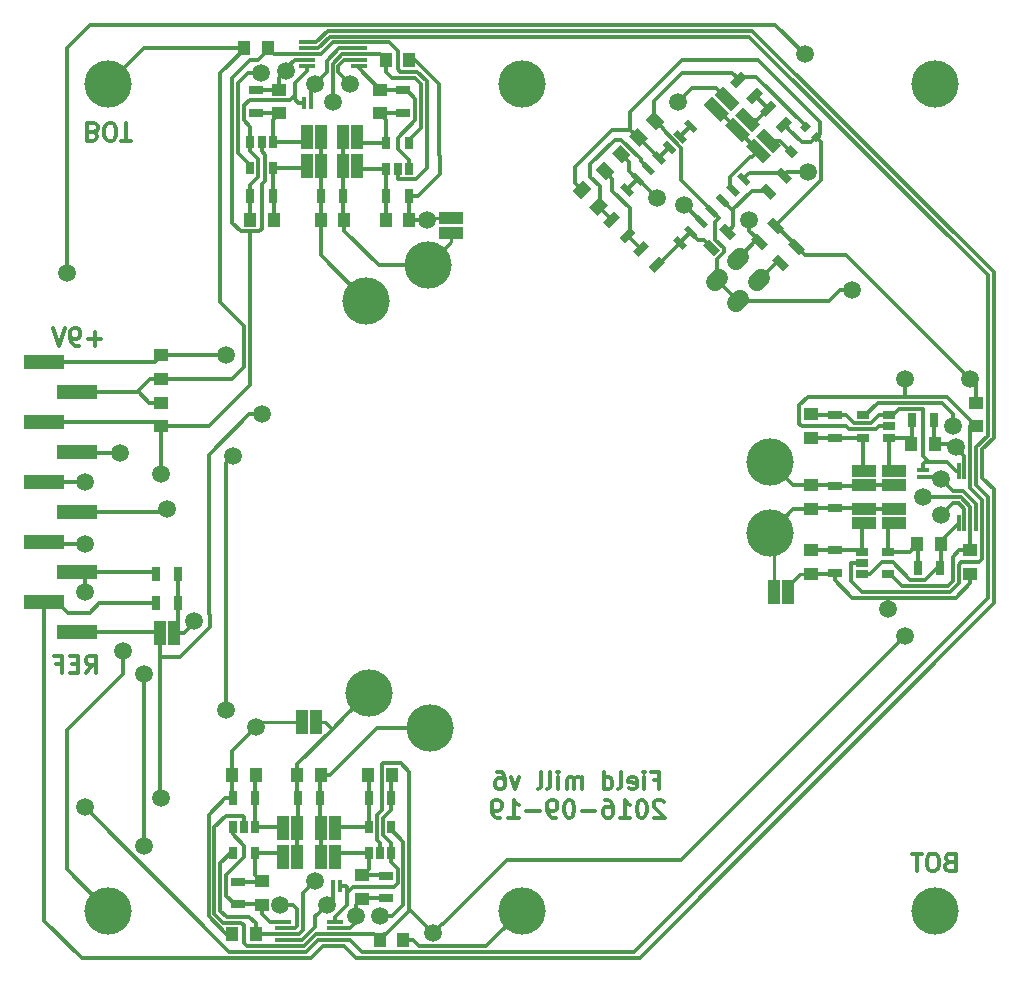
<source format=gbl>
G04 #@! TF.FileFunction,Copper,L2,Bot,Signal*
%FSLAX46Y46*%
G04 Gerber Fmt 4.6, Leading zero omitted, Abs format (unit mm)*
G04 Created by KiCad (PCBNEW 4.0.2-stable) date Mon 19 Sep 2016 06:16:01 PM CEST*
%MOMM*%
G01*
G04 APERTURE LIST*
%ADD10C,0.100000*%
%ADD11C,0.300000*%
%ADD12R,0.300000X1.400000*%
%ADD13R,0.700000X1.300000*%
%ADD14R,1.250000X1.000000*%
%ADD15C,4.000000*%
%ADD16R,1.000000X1.250000*%
%ADD17R,1.300000X0.700000*%
%ADD18R,0.650000X1.060000*%
%ADD19R,1.400000X0.300000*%
%ADD20R,1.060000X0.650000*%
%ADD21R,3.400000X1.270000*%
%ADD22R,1.000000X2.000000*%
%ADD23R,2.000000X1.000000*%
%ADD24C,1.524000*%
%ADD25R,0.400000X1.000000*%
%ADD26R,1.000000X0.400000*%
%ADD27C,1.500000*%
%ADD28C,0.250000*%
G04 APERTURE END LIST*
D10*
D11*
X111178570Y-123942857D02*
X111678570Y-123942857D01*
X111678570Y-124728571D02*
X111678570Y-123228571D01*
X110964284Y-123228571D01*
X110392856Y-124728571D02*
X110392856Y-123728571D01*
X110392856Y-123228571D02*
X110464285Y-123300000D01*
X110392856Y-123371429D01*
X110321428Y-123300000D01*
X110392856Y-123228571D01*
X110392856Y-123371429D01*
X109107142Y-124657143D02*
X109249999Y-124728571D01*
X109535713Y-124728571D01*
X109678570Y-124657143D01*
X109749999Y-124514286D01*
X109749999Y-123942857D01*
X109678570Y-123800000D01*
X109535713Y-123728571D01*
X109249999Y-123728571D01*
X109107142Y-123800000D01*
X109035713Y-123942857D01*
X109035713Y-124085714D01*
X109749999Y-124228571D01*
X108178570Y-124728571D02*
X108321428Y-124657143D01*
X108392856Y-124514286D01*
X108392856Y-123228571D01*
X106964285Y-124728571D02*
X106964285Y-123228571D01*
X106964285Y-124657143D02*
X107107142Y-124728571D01*
X107392856Y-124728571D01*
X107535714Y-124657143D01*
X107607142Y-124585714D01*
X107678571Y-124442857D01*
X107678571Y-124014286D01*
X107607142Y-123871429D01*
X107535714Y-123800000D01*
X107392856Y-123728571D01*
X107107142Y-123728571D01*
X106964285Y-123800000D01*
X105107142Y-124728571D02*
X105107142Y-123728571D01*
X105107142Y-123871429D02*
X105035714Y-123800000D01*
X104892856Y-123728571D01*
X104678571Y-123728571D01*
X104535714Y-123800000D01*
X104464285Y-123942857D01*
X104464285Y-124728571D01*
X104464285Y-123942857D02*
X104392856Y-123800000D01*
X104249999Y-123728571D01*
X104035714Y-123728571D01*
X103892856Y-123800000D01*
X103821428Y-123942857D01*
X103821428Y-124728571D01*
X103107142Y-124728571D02*
X103107142Y-123728571D01*
X103107142Y-123228571D02*
X103178571Y-123300000D01*
X103107142Y-123371429D01*
X103035714Y-123300000D01*
X103107142Y-123228571D01*
X103107142Y-123371429D01*
X102178570Y-124728571D02*
X102321428Y-124657143D01*
X102392856Y-124514286D01*
X102392856Y-123228571D01*
X101392856Y-124728571D02*
X101535714Y-124657143D01*
X101607142Y-124514286D01*
X101607142Y-123228571D01*
X99821428Y-123728571D02*
X99464285Y-124728571D01*
X99107143Y-123728571D01*
X97892857Y-123228571D02*
X98178571Y-123228571D01*
X98321428Y-123300000D01*
X98392857Y-123371429D01*
X98535714Y-123585714D01*
X98607143Y-123871429D01*
X98607143Y-124442857D01*
X98535714Y-124585714D01*
X98464286Y-124657143D01*
X98321428Y-124728571D01*
X98035714Y-124728571D01*
X97892857Y-124657143D01*
X97821428Y-124585714D01*
X97750000Y-124442857D01*
X97750000Y-124085714D01*
X97821428Y-123942857D01*
X97892857Y-123871429D01*
X98035714Y-123800000D01*
X98321428Y-123800000D01*
X98464286Y-123871429D01*
X98535714Y-123942857D01*
X98607143Y-124085714D01*
X112035713Y-125771429D02*
X111964284Y-125700000D01*
X111821427Y-125628571D01*
X111464284Y-125628571D01*
X111321427Y-125700000D01*
X111249998Y-125771429D01*
X111178570Y-125914286D01*
X111178570Y-126057143D01*
X111249998Y-126271429D01*
X112107141Y-127128571D01*
X111178570Y-127128571D01*
X110249999Y-125628571D02*
X110107142Y-125628571D01*
X109964285Y-125700000D01*
X109892856Y-125771429D01*
X109821427Y-125914286D01*
X109749999Y-126200000D01*
X109749999Y-126557143D01*
X109821427Y-126842857D01*
X109892856Y-126985714D01*
X109964285Y-127057143D01*
X110107142Y-127128571D01*
X110249999Y-127128571D01*
X110392856Y-127057143D01*
X110464285Y-126985714D01*
X110535713Y-126842857D01*
X110607142Y-126557143D01*
X110607142Y-126200000D01*
X110535713Y-125914286D01*
X110464285Y-125771429D01*
X110392856Y-125700000D01*
X110249999Y-125628571D01*
X108321428Y-127128571D02*
X109178571Y-127128571D01*
X108749999Y-127128571D02*
X108749999Y-125628571D01*
X108892856Y-125842857D01*
X109035714Y-125985714D01*
X109178571Y-126057143D01*
X107035714Y-125628571D02*
X107321428Y-125628571D01*
X107464285Y-125700000D01*
X107535714Y-125771429D01*
X107678571Y-125985714D01*
X107750000Y-126271429D01*
X107750000Y-126842857D01*
X107678571Y-126985714D01*
X107607143Y-127057143D01*
X107464285Y-127128571D01*
X107178571Y-127128571D01*
X107035714Y-127057143D01*
X106964285Y-126985714D01*
X106892857Y-126842857D01*
X106892857Y-126485714D01*
X106964285Y-126342857D01*
X107035714Y-126271429D01*
X107178571Y-126200000D01*
X107464285Y-126200000D01*
X107607143Y-126271429D01*
X107678571Y-126342857D01*
X107750000Y-126485714D01*
X106250000Y-126557143D02*
X105107143Y-126557143D01*
X104107143Y-125628571D02*
X103964286Y-125628571D01*
X103821429Y-125700000D01*
X103750000Y-125771429D01*
X103678571Y-125914286D01*
X103607143Y-126200000D01*
X103607143Y-126557143D01*
X103678571Y-126842857D01*
X103750000Y-126985714D01*
X103821429Y-127057143D01*
X103964286Y-127128571D01*
X104107143Y-127128571D01*
X104250000Y-127057143D01*
X104321429Y-126985714D01*
X104392857Y-126842857D01*
X104464286Y-126557143D01*
X104464286Y-126200000D01*
X104392857Y-125914286D01*
X104321429Y-125771429D01*
X104250000Y-125700000D01*
X104107143Y-125628571D01*
X102892858Y-127128571D02*
X102607143Y-127128571D01*
X102464286Y-127057143D01*
X102392858Y-126985714D01*
X102250000Y-126771429D01*
X102178572Y-126485714D01*
X102178572Y-125914286D01*
X102250000Y-125771429D01*
X102321429Y-125700000D01*
X102464286Y-125628571D01*
X102750000Y-125628571D01*
X102892858Y-125700000D01*
X102964286Y-125771429D01*
X103035715Y-125914286D01*
X103035715Y-126271429D01*
X102964286Y-126414286D01*
X102892858Y-126485714D01*
X102750000Y-126557143D01*
X102464286Y-126557143D01*
X102321429Y-126485714D01*
X102250000Y-126414286D01*
X102178572Y-126271429D01*
X101535715Y-126557143D02*
X100392858Y-126557143D01*
X98892858Y-127128571D02*
X99750001Y-127128571D01*
X99321429Y-127128571D02*
X99321429Y-125628571D01*
X99464286Y-125842857D01*
X99607144Y-125985714D01*
X99750001Y-126057143D01*
X98178573Y-127128571D02*
X97892858Y-127128571D01*
X97750001Y-127057143D01*
X97678573Y-126985714D01*
X97535715Y-126771429D01*
X97464287Y-126485714D01*
X97464287Y-125914286D01*
X97535715Y-125771429D01*
X97607144Y-125700000D01*
X97750001Y-125628571D01*
X98035715Y-125628571D01*
X98178573Y-125700000D01*
X98250001Y-125771429D01*
X98321430Y-125914286D01*
X98321430Y-126271429D01*
X98250001Y-126414286D01*
X98178573Y-126485714D01*
X98035715Y-126557143D01*
X97750001Y-126557143D01*
X97607144Y-126485714D01*
X97535715Y-126414286D01*
X97464287Y-126271429D01*
X63107142Y-114928571D02*
X63607142Y-114214286D01*
X63964285Y-114928571D02*
X63964285Y-113428571D01*
X63392857Y-113428571D01*
X63249999Y-113500000D01*
X63178571Y-113571429D01*
X63107142Y-113714286D01*
X63107142Y-113928571D01*
X63178571Y-114071429D01*
X63249999Y-114142857D01*
X63392857Y-114214286D01*
X63964285Y-114214286D01*
X62464285Y-114142857D02*
X61964285Y-114142857D01*
X61749999Y-114928571D02*
X62464285Y-114928571D01*
X62464285Y-113428571D01*
X61749999Y-113428571D01*
X60607142Y-114142857D02*
X61107142Y-114142857D01*
X61107142Y-114928571D02*
X61107142Y-113428571D01*
X60392856Y-113428571D01*
X64428571Y-86607143D02*
X63285714Y-86607143D01*
X63857143Y-87178571D02*
X63857143Y-86035714D01*
X62500000Y-87178571D02*
X62214285Y-87178571D01*
X62071428Y-87107143D01*
X62000000Y-87035714D01*
X61857142Y-86821429D01*
X61785714Y-86535714D01*
X61785714Y-85964286D01*
X61857142Y-85821429D01*
X61928571Y-85750000D01*
X62071428Y-85678571D01*
X62357142Y-85678571D01*
X62500000Y-85750000D01*
X62571428Y-85821429D01*
X62642857Y-85964286D01*
X62642857Y-86321429D01*
X62571428Y-86464286D01*
X62500000Y-86535714D01*
X62357142Y-86607143D01*
X62071428Y-86607143D01*
X61928571Y-86535714D01*
X61857142Y-86464286D01*
X61785714Y-86321429D01*
X61357143Y-85678571D02*
X60857143Y-87178571D01*
X60357143Y-85678571D01*
X63750000Y-69107143D02*
X63964286Y-69035714D01*
X64035714Y-68964286D01*
X64107143Y-68821429D01*
X64107143Y-68607143D01*
X64035714Y-68464286D01*
X63964286Y-68392857D01*
X63821428Y-68321429D01*
X63250000Y-68321429D01*
X63250000Y-69821429D01*
X63750000Y-69821429D01*
X63892857Y-69750000D01*
X63964286Y-69678571D01*
X64035714Y-69535714D01*
X64035714Y-69392857D01*
X63964286Y-69250000D01*
X63892857Y-69178571D01*
X63750000Y-69107143D01*
X63250000Y-69107143D01*
X65035714Y-69821429D02*
X65321428Y-69821429D01*
X65464286Y-69750000D01*
X65607143Y-69607143D01*
X65678571Y-69321429D01*
X65678571Y-68821429D01*
X65607143Y-68535714D01*
X65464286Y-68392857D01*
X65321428Y-68321429D01*
X65035714Y-68321429D01*
X64892857Y-68392857D01*
X64750000Y-68535714D01*
X64678571Y-68821429D01*
X64678571Y-69321429D01*
X64750000Y-69607143D01*
X64892857Y-69750000D01*
X65035714Y-69821429D01*
X66107143Y-69821429D02*
X66964286Y-69821429D01*
X66535715Y-68321429D02*
X66535715Y-69821429D01*
X136250000Y-130892857D02*
X136035714Y-130964286D01*
X135964286Y-131035714D01*
X135892857Y-131178571D01*
X135892857Y-131392857D01*
X135964286Y-131535714D01*
X136035714Y-131607143D01*
X136178572Y-131678571D01*
X136750000Y-131678571D01*
X136750000Y-130178571D01*
X136250000Y-130178571D01*
X136107143Y-130250000D01*
X136035714Y-130321429D01*
X135964286Y-130464286D01*
X135964286Y-130607143D01*
X136035714Y-130750000D01*
X136107143Y-130821429D01*
X136250000Y-130892857D01*
X136750000Y-130892857D01*
X134964286Y-130178571D02*
X134678572Y-130178571D01*
X134535714Y-130250000D01*
X134392857Y-130392857D01*
X134321429Y-130678571D01*
X134321429Y-131178571D01*
X134392857Y-131464286D01*
X134535714Y-131607143D01*
X134678572Y-131678571D01*
X134964286Y-131678571D01*
X135107143Y-131607143D01*
X135250000Y-131464286D01*
X135321429Y-131178571D01*
X135321429Y-130678571D01*
X135250000Y-130392857D01*
X135107143Y-130250000D01*
X134964286Y-130178571D01*
X133892857Y-130178571D02*
X133035714Y-130178571D01*
X133464285Y-131678571D02*
X133464285Y-130178571D01*
D10*
G36*
X118567000Y-72482587D02*
X119375223Y-73290810D01*
X119016012Y-73650021D01*
X118207789Y-72841798D01*
X118567000Y-72482587D01*
X118567000Y-72482587D01*
G37*
G36*
X117668975Y-73380612D02*
X118477198Y-74188835D01*
X118117987Y-74548046D01*
X117309764Y-73739823D01*
X117668975Y-73380612D01*
X117668975Y-73380612D01*
G37*
G36*
X116770949Y-74278638D02*
X117579172Y-75086861D01*
X117219961Y-75446072D01*
X116411738Y-74637849D01*
X116770949Y-74278638D01*
X116770949Y-74278638D01*
G37*
G36*
X115872924Y-75176664D02*
X116681147Y-75984887D01*
X116321936Y-76344098D01*
X115513713Y-75535875D01*
X115872924Y-75176664D01*
X115872924Y-75176664D01*
G37*
G36*
X114974898Y-76074689D02*
X115783121Y-76882912D01*
X115423910Y-77242123D01*
X114615687Y-76433900D01*
X114974898Y-76074689D01*
X114974898Y-76074689D01*
G37*
G36*
X114076872Y-76972715D02*
X114885095Y-77780938D01*
X114525884Y-78140149D01*
X113717661Y-77331926D01*
X114076872Y-76972715D01*
X114076872Y-76972715D01*
G37*
G36*
X113178847Y-77870740D02*
X113987070Y-78678963D01*
X113627859Y-79038174D01*
X112819636Y-78229951D01*
X113178847Y-77870740D01*
X113178847Y-77870740D01*
G37*
G36*
X108688719Y-73380612D02*
X109496942Y-74188835D01*
X109137731Y-74548046D01*
X108329508Y-73739823D01*
X108688719Y-73380612D01*
X108688719Y-73380612D01*
G37*
G36*
X109586744Y-72482587D02*
X110394967Y-73290810D01*
X110035756Y-73650021D01*
X109227533Y-72841798D01*
X109586744Y-72482587D01*
X109586744Y-72482587D01*
G37*
G36*
X111382796Y-70686536D02*
X112191019Y-71494759D01*
X111831808Y-71853970D01*
X111023585Y-71045747D01*
X111382796Y-70686536D01*
X111382796Y-70686536D01*
G37*
G36*
X112280821Y-69788510D02*
X113089044Y-70596733D01*
X112729833Y-70955944D01*
X111921610Y-70147721D01*
X112280821Y-69788510D01*
X112280821Y-69788510D01*
G37*
G36*
X113178847Y-68890484D02*
X113987070Y-69698707D01*
X113627859Y-70057918D01*
X112819636Y-69249695D01*
X113178847Y-68890484D01*
X113178847Y-68890484D01*
G37*
G36*
X114076872Y-67992459D02*
X114885095Y-68800682D01*
X114525884Y-69159893D01*
X113717661Y-68351670D01*
X114076872Y-67992459D01*
X114076872Y-67992459D01*
G37*
G36*
X110484770Y-71584561D02*
X111292993Y-72392784D01*
X110933782Y-72751995D01*
X110125559Y-71943772D01*
X110484770Y-71584561D01*
X110484770Y-71584561D01*
G37*
D12*
X137000000Y-97800000D03*
X137500000Y-97800000D03*
X138000000Y-97800000D03*
X138500000Y-97800000D03*
X139000000Y-97800000D03*
X139000000Y-102200000D03*
X138500000Y-102200000D03*
X138000000Y-102200000D03*
X137500000Y-102200000D03*
X137000000Y-102200000D03*
D13*
X69050000Y-109000000D03*
X70950000Y-109000000D03*
D10*
G36*
X121081119Y-74804372D02*
X120161880Y-73885133D01*
X120656855Y-73390158D01*
X121576094Y-74309397D01*
X121081119Y-74804372D01*
X121081119Y-74804372D01*
G37*
G36*
X122424621Y-73460870D02*
X121505382Y-72541631D01*
X122000357Y-72046656D01*
X122919596Y-72965895D01*
X122424621Y-73460870D01*
X122424621Y-73460870D01*
G37*
D14*
X124500000Y-104500000D03*
X124500000Y-106500000D03*
D15*
X65000000Y-135000000D03*
X135000000Y-135000000D03*
X65000000Y-65000000D03*
X135000000Y-65000000D03*
D16*
X89000000Y-123500000D03*
X87000000Y-123500000D03*
X77500000Y-137000000D03*
X75500000Y-137000000D03*
X90000000Y-137500000D03*
X88000000Y-137500000D03*
D14*
X86500000Y-132000000D03*
X86500000Y-134000000D03*
X78000000Y-134500000D03*
X78000000Y-132500000D03*
D16*
X77500000Y-123500000D03*
X75500000Y-123500000D03*
X77000000Y-76500000D03*
X79000000Y-76500000D03*
X88500000Y-63000000D03*
X90500000Y-63000000D03*
X76500000Y-62000000D03*
X78500000Y-62000000D03*
D14*
X79500000Y-67500000D03*
X79500000Y-65500000D03*
X88000000Y-65500000D03*
X88000000Y-67500000D03*
D16*
X88500000Y-76500000D03*
X90500000Y-76500000D03*
D14*
X124500000Y-93000000D03*
X124500000Y-95000000D03*
X138000000Y-104500000D03*
X138000000Y-106500000D03*
X138500000Y-92000000D03*
X138500000Y-94000000D03*
D16*
X133000000Y-95500000D03*
X135000000Y-95500000D03*
X135500000Y-104000000D03*
X133500000Y-104000000D03*
D15*
X92258330Y-119562178D03*
X87062178Y-116562178D03*
X86857695Y-83370835D03*
X92053848Y-80370835D03*
X121000000Y-97000000D03*
X121000000Y-103000000D03*
D13*
X88950000Y-125500000D03*
X87050000Y-125500000D03*
D17*
X88500000Y-133950000D03*
X88500000Y-132050000D03*
X76000000Y-134450000D03*
X76000000Y-132550000D03*
D13*
X75550000Y-125500000D03*
X77450000Y-125500000D03*
X77050000Y-74500000D03*
X78950000Y-74500000D03*
D17*
X77500000Y-65550000D03*
X77500000Y-67450000D03*
X90000000Y-65550000D03*
X90000000Y-67450000D03*
D13*
X90450000Y-74500000D03*
X88550000Y-74500000D03*
D17*
X126500000Y-93050000D03*
X126500000Y-94950000D03*
D13*
X134950000Y-93500000D03*
X133050000Y-93500000D03*
X135450000Y-106000000D03*
X133550000Y-106000000D03*
D17*
X126500000Y-106400000D03*
X126500000Y-104500000D03*
D18*
X88950000Y-130100000D03*
X88000000Y-130100000D03*
X87050000Y-130100000D03*
X87050000Y-127900000D03*
X88950000Y-127900000D03*
D19*
X84200000Y-136000000D03*
X84200000Y-136500000D03*
X84200000Y-137000000D03*
X84200000Y-137500000D03*
X84200000Y-138000000D03*
X79800000Y-138000000D03*
X79800000Y-137500000D03*
X79800000Y-137000000D03*
X79800000Y-136500000D03*
X79800000Y-136000000D03*
D18*
X75550000Y-127900000D03*
X76500000Y-127900000D03*
X77450000Y-127900000D03*
X77450000Y-130100000D03*
X75550000Y-130100000D03*
X77050000Y-69900000D03*
X78000000Y-69900000D03*
X78950000Y-69900000D03*
X78950000Y-72100000D03*
X77050000Y-72100000D03*
D19*
X81800000Y-63500000D03*
X81800000Y-63000000D03*
X81800000Y-62500000D03*
X81800000Y-62000000D03*
X81800000Y-61500000D03*
X86200000Y-61500000D03*
X86200000Y-62000000D03*
X86200000Y-62500000D03*
X86200000Y-63000000D03*
X86200000Y-63500000D03*
D18*
X90450000Y-72200000D03*
X89500000Y-72200000D03*
X88550000Y-72200000D03*
X88550000Y-70000000D03*
X90450000Y-70000000D03*
D20*
X131100000Y-93050000D03*
X131100000Y-94000000D03*
X131100000Y-94950000D03*
X128900000Y-94950000D03*
X128900000Y-93050000D03*
X128800000Y-106500000D03*
X128800000Y-105550000D03*
X128800000Y-104600000D03*
X131000000Y-104600000D03*
X131000000Y-106500000D03*
D15*
X100000000Y-135000000D03*
X100000000Y-65000000D03*
D13*
X69050000Y-106500000D03*
X70950000Y-106500000D03*
D21*
X59600000Y-88570000D03*
X62400000Y-91110000D03*
X59600000Y-93650000D03*
X59600000Y-98730000D03*
X59600000Y-103810000D03*
X59600000Y-108890000D03*
X62400000Y-96190000D03*
X62400000Y-101270000D03*
X62400000Y-106350000D03*
X62400000Y-111430000D03*
D16*
X83000000Y-123500000D03*
X81000000Y-123500000D03*
X83000000Y-76500000D03*
X85000000Y-76500000D03*
D14*
X124500000Y-99000000D03*
X124500000Y-101000000D03*
X69500000Y-88000000D03*
X69500000Y-90000000D03*
X69500000Y-92000000D03*
X69500000Y-94000000D03*
D13*
X81050000Y-125500000D03*
X82950000Y-125500000D03*
X84900000Y-74500000D03*
X83000000Y-74500000D03*
D17*
X126500000Y-100950000D03*
X126500000Y-99050000D03*
D22*
X70600000Y-111500000D03*
X69400000Y-111500000D03*
D23*
X129000000Y-101000000D03*
X129000000Y-102200000D03*
X131500000Y-102200000D03*
X131500000Y-101000000D03*
X131500000Y-99000000D03*
X131500000Y-97800000D03*
X129000000Y-97800000D03*
X129000000Y-99000000D03*
D22*
X84900000Y-72000000D03*
X86100000Y-72000000D03*
X86100000Y-69500000D03*
X84900000Y-69500000D03*
X83000000Y-69500000D03*
X81800000Y-69500000D03*
X81800000Y-72000000D03*
X83000000Y-72000000D03*
X81000000Y-128000000D03*
X79800000Y-128000000D03*
X79800000Y-130500000D03*
X81000000Y-130500000D03*
X83000000Y-130500000D03*
X84200000Y-130500000D03*
X84200000Y-128000000D03*
X83000000Y-128000000D03*
D24*
X118155458Y-83556592D02*
X118492040Y-83220010D01*
X116359407Y-81760541D02*
X116695989Y-81423959D01*
X118155458Y-79964490D02*
X118492040Y-79627908D01*
X119951509Y-81760541D02*
X120288091Y-81423959D01*
D10*
G36*
X117687006Y-64834167D02*
X118606245Y-63914928D01*
X119101220Y-64409903D01*
X118181981Y-65329142D01*
X117687006Y-64834167D01*
X117687006Y-64834167D01*
G37*
G36*
X119030508Y-66177669D02*
X119949747Y-65258430D01*
X120444722Y-65753405D01*
X119525483Y-66672644D01*
X119030508Y-66177669D01*
X119030508Y-66177669D01*
G37*
G36*
X122141779Y-80814780D02*
X121222540Y-79895541D01*
X121717515Y-79400566D01*
X122636754Y-80319805D01*
X122141779Y-80814780D01*
X122141779Y-80814780D01*
G37*
G36*
X123485281Y-79471278D02*
X122566042Y-78552039D01*
X123061017Y-78057064D01*
X123980256Y-78976303D01*
X123485281Y-79471278D01*
X123485281Y-79471278D01*
G37*
G36*
X106903628Y-76678206D02*
X107822867Y-75758967D01*
X108317842Y-76253942D01*
X107398603Y-77173181D01*
X106903628Y-76678206D01*
X106903628Y-76678206D01*
G37*
G36*
X108247130Y-78021708D02*
X109166369Y-77102469D01*
X109661344Y-77597444D01*
X108742105Y-78516683D01*
X108247130Y-78021708D01*
X108247130Y-78021708D01*
G37*
G36*
X120161880Y-67309041D02*
X121081119Y-66389802D01*
X121576094Y-66884777D01*
X120656855Y-67804016D01*
X120161880Y-67309041D01*
X120161880Y-67309041D01*
G37*
G36*
X121505382Y-68652543D02*
X122424621Y-67733304D01*
X122919596Y-68228279D01*
X122000357Y-69147518D01*
X121505382Y-68652543D01*
X121505382Y-68652543D01*
G37*
G36*
X120374012Y-79047013D02*
X119454773Y-78127774D01*
X119949748Y-77632799D01*
X120868987Y-78552038D01*
X120374012Y-79047013D01*
X120374012Y-79047013D01*
G37*
G36*
X121717514Y-77703511D02*
X120798275Y-76784272D01*
X121293250Y-76289297D01*
X122212489Y-77208536D01*
X121717514Y-77703511D01*
X121717514Y-77703511D01*
G37*
G36*
X108370874Y-70155145D02*
X109254757Y-71039028D01*
X108547650Y-71746135D01*
X107663767Y-70862252D01*
X108370874Y-70155145D01*
X108370874Y-70155145D01*
G37*
G36*
X106956660Y-71569359D02*
X107840543Y-72453242D01*
X107133436Y-73160349D01*
X106249553Y-72276466D01*
X106956660Y-71569359D01*
X106956660Y-71569359D01*
G37*
G36*
X107310214Y-75281670D02*
X106426331Y-76165553D01*
X105719224Y-75458446D01*
X106603107Y-74574563D01*
X107310214Y-75281670D01*
X107310214Y-75281670D01*
G37*
G36*
X105896000Y-73867456D02*
X105012117Y-74751339D01*
X104305010Y-74044232D01*
X105188893Y-73160349D01*
X105896000Y-73867456D01*
X105896000Y-73867456D01*
G37*
G36*
X116873833Y-68192924D02*
X115459620Y-66778711D01*
X116166727Y-66071604D01*
X117580940Y-67485817D01*
X116873833Y-68192924D01*
X116873833Y-68192924D01*
G37*
G36*
X117722361Y-67344396D02*
X116308148Y-65930183D01*
X117015255Y-65223076D01*
X118429468Y-66637289D01*
X117722361Y-67344396D01*
X117722361Y-67344396D01*
G37*
G36*
X118641600Y-69960691D02*
X117227387Y-68546478D01*
X117934494Y-67839371D01*
X119348707Y-69253584D01*
X118641600Y-69960691D01*
X118641600Y-69960691D01*
G37*
G36*
X119490128Y-69112163D02*
X118075915Y-67697950D01*
X118783022Y-66990843D01*
X120197235Y-68405056D01*
X119490128Y-69112163D01*
X119490128Y-69112163D01*
G37*
G36*
X120409367Y-71728458D02*
X118995154Y-70314245D01*
X119702261Y-69607138D01*
X121116474Y-71021351D01*
X120409367Y-71728458D01*
X120409367Y-71728458D01*
G37*
G36*
X121257895Y-70879930D02*
X119843682Y-69465717D01*
X120550789Y-68758610D01*
X121965002Y-70172823D01*
X121257895Y-70879930D01*
X121257895Y-70879930D01*
G37*
D22*
X82600000Y-119000000D03*
X81400000Y-119000000D03*
D23*
X94000000Y-77600000D03*
X94000000Y-76400000D03*
D22*
X121400000Y-108000000D03*
X122600000Y-108000000D03*
D10*
G36*
X116308148Y-79577343D02*
X115388909Y-78658104D01*
X115883884Y-78163129D01*
X116803123Y-79082368D01*
X116308148Y-79577343D01*
X116308148Y-79577343D01*
G37*
G36*
X117651650Y-78233841D02*
X116732411Y-77314602D01*
X117227386Y-76819627D01*
X118146625Y-77738866D01*
X117651650Y-78233841D01*
X117651650Y-78233841D01*
G37*
G36*
X109413857Y-79188435D02*
X110333096Y-78269196D01*
X110828071Y-78764171D01*
X109908832Y-79683410D01*
X109413857Y-79188435D01*
X109413857Y-79188435D01*
G37*
G36*
X110757359Y-80531937D02*
X111676598Y-79612698D01*
X112171573Y-80107673D01*
X111252334Y-81026912D01*
X110757359Y-80531937D01*
X110757359Y-80531937D01*
G37*
G36*
X123591348Y-68617187D02*
X124086322Y-68122213D01*
X124510586Y-68546477D01*
X124015612Y-69041451D01*
X123591348Y-68617187D01*
X123591348Y-68617187D01*
G37*
G36*
X124510587Y-69536426D02*
X125005561Y-69041452D01*
X125429825Y-69465716D01*
X124934851Y-69960690D01*
X124510587Y-69536426D01*
X124510587Y-69536426D01*
G37*
G36*
X122247845Y-70667797D02*
X122742819Y-70172823D01*
X123379215Y-70809219D01*
X122884241Y-71304193D01*
X122247845Y-70667797D01*
X122247845Y-70667797D01*
G37*
G36*
X111199302Y-67326718D02*
X112083185Y-68210601D01*
X111376078Y-68917708D01*
X110492195Y-68033825D01*
X111199302Y-67326718D01*
X111199302Y-67326718D01*
G37*
G36*
X109785088Y-68740932D02*
X110668971Y-69624815D01*
X109961864Y-70331922D01*
X109077981Y-69448039D01*
X109785088Y-68740932D01*
X109785088Y-68740932D01*
G37*
D25*
X84600000Y-132900000D03*
X84000000Y-132900000D03*
X81600000Y-66600000D03*
X82200000Y-66600000D03*
D26*
X134000000Y-97700000D03*
X134000000Y-98300000D03*
D27*
X66250000Y-113000000D03*
X72249992Y-110500000D03*
X136750000Y-95750000D03*
X131000000Y-109500000D03*
X138000000Y-90000000D03*
X80100010Y-63890535D03*
X92000000Y-76500000D03*
X77500000Y-119500000D03*
X86000000Y-135499998D03*
X75600010Y-96500000D03*
X75000000Y-118000000D03*
X82527825Y-132472175D03*
X77899990Y-64100010D03*
X128000000Y-82500000D03*
X75000000Y-88000000D03*
X136500000Y-94000010D03*
X88000000Y-135500000D03*
X84000000Y-66500000D03*
X134000000Y-100000000D03*
X132500000Y-90000000D03*
X132500000Y-111750000D03*
X67999999Y-129500000D03*
X68000000Y-115000000D03*
X92500000Y-136899990D03*
X69500000Y-98000000D03*
X63000000Y-108000000D03*
X63000000Y-126250000D03*
X78000000Y-93000000D03*
X69500000Y-125500000D03*
X79575054Y-134500000D03*
X85500000Y-65000000D03*
X135500000Y-101500000D03*
X63000000Y-98750000D03*
X83500000Y-134500000D03*
X63000000Y-104000000D03*
X135500000Y-98500000D03*
X70000000Y-101000000D03*
X82500000Y-65000000D03*
X119250000Y-76500000D03*
X113750000Y-75250000D03*
X61500000Y-81000000D03*
X66000000Y-96250000D03*
X124000000Y-62500000D03*
X124250000Y-72500000D03*
X111464466Y-74662951D03*
X113232233Y-66531223D03*
D11*
X65000000Y-135000000D02*
X61500000Y-131500000D01*
X61500000Y-131500000D02*
X61500000Y-119750000D01*
X61500000Y-119750000D02*
X66250000Y-115000000D01*
X66250000Y-115000000D02*
X66250000Y-113000000D01*
X72249992Y-110650008D02*
X72249992Y-110500000D01*
X71400000Y-111500000D02*
X72249992Y-110650008D01*
X70600000Y-111500000D02*
X71400000Y-111500000D01*
X66400000Y-91110000D02*
X62400000Y-91110000D01*
X124970206Y-69501071D02*
X125250000Y-69221277D01*
X125250000Y-69221277D02*
X125250000Y-68250000D01*
X125250000Y-68250000D02*
X119995689Y-62995689D01*
X119995689Y-62995689D02*
X113585786Y-62995689D01*
X113585786Y-62995689D02*
X109219402Y-67362073D01*
X109219402Y-67362073D02*
X109219402Y-68882353D01*
X137500000Y-97800000D02*
X137499999Y-96499999D01*
X137499999Y-96499999D02*
X136750000Y-95750000D01*
X135999988Y-95500000D02*
X136500000Y-95500000D01*
X136500000Y-95500000D02*
X136750000Y-95750000D01*
X127500000Y-79500000D02*
X124008978Y-79500000D01*
X124008978Y-79500000D02*
X123273149Y-78764171D01*
X138000000Y-90000000D02*
X127500000Y-79500000D01*
X124970206Y-69501071D02*
X124510586Y-69960691D01*
X124510586Y-69960691D02*
X123732769Y-69960691D01*
X123732769Y-69960691D02*
X122672109Y-68900031D01*
X122672109Y-68900031D02*
X122212489Y-68440411D01*
X121505382Y-76996403D02*
X125394470Y-73107316D01*
X125394470Y-73107316D02*
X125394470Y-69925335D01*
X125394470Y-69925335D02*
X124970206Y-69501071D01*
X123273149Y-78764170D02*
X121505382Y-76996403D01*
X104534820Y-72046656D02*
X107699122Y-68882353D01*
X107699122Y-68882353D02*
X109219402Y-68882353D01*
X109219402Y-68882353D02*
X109873476Y-69536427D01*
X105100505Y-73955844D02*
X104534820Y-73390159D01*
X104534820Y-73390159D02*
X104534820Y-72046656D01*
X112505327Y-70372227D02*
X111607302Y-71270253D01*
X109873476Y-69536427D02*
X111607302Y-71270253D01*
D28*
X94000000Y-76400000D02*
X92100000Y-76400000D01*
X92100000Y-76400000D02*
X92000000Y-76500000D01*
X122600000Y-108000000D02*
X122600000Y-107500000D01*
X122600000Y-107500000D02*
X123600000Y-106500000D01*
X123600000Y-106500000D02*
X123625000Y-106500000D01*
X123625000Y-106500000D02*
X124500000Y-106500000D01*
X81400000Y-119000000D02*
X78000000Y-119000000D01*
X78000000Y-119000000D02*
X77500000Y-119500000D01*
D11*
X131000000Y-108500031D02*
X134801333Y-108500031D01*
X127950031Y-108500031D02*
X131000000Y-108500031D01*
X131000000Y-108500031D02*
X131000000Y-109500000D01*
X138500000Y-92000000D02*
X138500000Y-90500000D01*
X138500000Y-90500000D02*
X138000000Y-90000000D01*
X90000000Y-137500000D02*
X90800000Y-137500000D01*
X90800000Y-137500000D02*
X91300000Y-138000000D01*
X91300000Y-138000000D02*
X97000000Y-138000000D01*
X97000000Y-138000000D02*
X98000001Y-136999999D01*
X98000001Y-136999999D02*
X100000000Y-135000000D01*
X76500000Y-62000000D02*
X68000000Y-62000000D01*
X68000000Y-62000000D02*
X65000000Y-65000000D01*
X90450000Y-74500000D02*
X91263006Y-74500000D01*
X93100002Y-71100002D02*
X93000000Y-71000000D01*
X91263006Y-74500000D02*
X93100002Y-72663004D01*
X93100002Y-72663004D02*
X93100002Y-71100002D01*
X93000000Y-71000000D02*
X93000000Y-65000000D01*
X93000000Y-65000000D02*
X92500029Y-64500029D01*
X76500000Y-62125000D02*
X76500000Y-62000000D01*
X74500000Y-64125000D02*
X76500000Y-62125000D01*
X76499989Y-85499989D02*
X74500000Y-83500000D01*
X76499989Y-89000011D02*
X76499989Y-85499989D01*
X75500000Y-90000000D02*
X76499989Y-89000011D01*
X69500000Y-90000000D02*
X75500000Y-90000000D01*
X74500000Y-83500000D02*
X74500000Y-64125000D01*
X81800000Y-63000000D02*
X80800000Y-63000000D01*
X80800000Y-63000000D02*
X80100010Y-63699990D01*
X79500000Y-65500000D02*
X79500000Y-64490545D01*
X79500000Y-64490545D02*
X80100010Y-63890535D01*
X80100010Y-63699990D02*
X80100010Y-63890535D01*
X90500000Y-76500000D02*
X92000000Y-76500000D01*
X138000000Y-107300000D02*
X138000000Y-106500000D01*
X136800011Y-108499989D02*
X138000000Y-107300000D01*
X134801375Y-108499989D02*
X136800011Y-108499989D01*
X134801333Y-108500031D02*
X134801375Y-108499989D01*
X126500000Y-107050000D02*
X127950031Y-108500031D01*
X126500000Y-106400000D02*
X126500000Y-107050000D01*
X75500000Y-123500000D02*
X75500000Y-121500000D01*
X75500000Y-121500000D02*
X77500000Y-119500000D01*
X84200000Y-136500000D02*
X85500000Y-136500000D01*
X85500000Y-136500000D02*
X86000000Y-136000000D01*
X86000000Y-136000000D02*
X86000000Y-135499998D01*
X86000000Y-135499998D02*
X86000000Y-134500000D01*
X86000000Y-134500000D02*
X86500000Y-134000000D01*
X135000000Y-95500000D02*
X135999988Y-95500000D01*
X134950000Y-93500000D02*
X134950000Y-95450000D01*
X134950000Y-95450000D02*
X135000000Y-95500000D01*
X92500029Y-64500029D02*
X91000000Y-63000000D01*
X91000000Y-63000000D02*
X90500000Y-63000000D01*
X92500029Y-64500029D02*
X92500000Y-64500000D01*
X73499967Y-130585789D02*
X73499967Y-135499967D01*
X74900000Y-125500000D02*
X73500000Y-126900000D01*
X73499967Y-135499967D02*
X75000000Y-137000000D01*
X75550000Y-125500000D02*
X74900000Y-125500000D01*
X73500000Y-126900000D02*
X73500000Y-130585756D01*
X73500000Y-130585756D02*
X73499967Y-130585789D01*
X75000000Y-137000000D02*
X75500000Y-137000000D01*
X70950000Y-109000000D02*
X70950000Y-111150000D01*
X70950000Y-111150000D02*
X70600000Y-111500000D01*
X70950000Y-109000000D02*
X70950000Y-106500000D01*
X68575000Y-90000000D02*
X69500000Y-90000000D01*
X67465000Y-91110000D02*
X68575000Y-90000000D01*
X66400000Y-91110000D02*
X67465000Y-91110000D01*
X66400000Y-91110000D02*
X67610000Y-91110000D01*
X67610000Y-91110000D02*
X68500000Y-92000000D01*
X68500000Y-92000000D02*
X69500000Y-92000000D01*
X88500000Y-133950000D02*
X86550000Y-133950000D01*
X86550000Y-133950000D02*
X86500000Y-134000000D01*
X75500000Y-123500000D02*
X75500000Y-125450000D01*
X75500000Y-125450000D02*
X75550000Y-125500000D01*
X77500000Y-65550000D02*
X79450000Y-65550000D01*
X79450000Y-65550000D02*
X79500000Y-65500000D01*
X124500000Y-106500000D02*
X126400000Y-106500000D01*
X126400000Y-106500000D02*
X126500000Y-106400000D01*
X90500000Y-76500000D02*
X90500000Y-74550000D01*
X90500000Y-74550000D02*
X90450000Y-74500000D01*
X84600000Y-132900000D02*
X85100000Y-132900000D01*
X85100000Y-132900000D02*
X85200000Y-133000000D01*
X85200000Y-133000000D02*
X85200000Y-133544998D01*
X84200000Y-135550000D02*
X84200000Y-136000000D01*
X85200000Y-134550000D02*
X84200000Y-135550000D01*
X89180002Y-133000000D02*
X85744998Y-133000000D01*
X89500001Y-132680001D02*
X89180002Y-133000000D01*
X89500001Y-131480001D02*
X89500001Y-132680001D01*
X88950000Y-130100000D02*
X88950000Y-130930000D01*
X88950000Y-130930000D02*
X89500001Y-131480001D01*
X85200000Y-133544998D02*
X85200000Y-134550000D01*
X85744998Y-133000000D02*
X85200000Y-133544998D01*
X88950000Y-126450000D02*
X88950000Y-125500000D01*
X88950000Y-129270000D02*
X88274999Y-128594999D01*
X88274999Y-127125001D02*
X88950000Y-126450000D01*
X88950000Y-130100000D02*
X88950000Y-129270000D01*
X88274999Y-128594999D02*
X88274999Y-127125001D01*
X88950000Y-125500000D02*
X88950000Y-123550000D01*
X88950000Y-123550000D02*
X89000000Y-123500000D01*
X87050000Y-125500000D02*
X87050000Y-127900000D01*
X87050000Y-125500000D02*
X87050000Y-123550000D01*
X87050000Y-123550000D02*
X87000000Y-123500000D01*
X87050000Y-127900000D02*
X84300000Y-127900000D01*
X84300000Y-127900000D02*
X84200000Y-128000000D01*
X63600000Y-88570000D02*
X59600000Y-88570000D01*
X116695989Y-76358940D02*
X116392401Y-76662528D01*
X117143133Y-79223207D02*
X116527698Y-79838642D01*
X116392401Y-76662528D02*
X116392401Y-78190797D01*
X116392401Y-78190797D02*
X117143133Y-78941529D01*
X117143133Y-78941529D02*
X117143133Y-79223207D01*
X116527698Y-79838642D02*
X116527698Y-80582823D01*
X116527698Y-80582823D02*
X116527698Y-81592250D01*
X128000000Y-82500000D02*
X126939340Y-82500000D01*
X126939340Y-82500000D02*
X126051039Y-83388301D01*
X126051039Y-83388301D02*
X119333176Y-83388301D01*
X119333176Y-83388301D02*
X118323749Y-83388301D01*
X111287689Y-68122213D02*
X111199301Y-68033825D01*
X111199301Y-68033825D02*
X111199301Y-66442835D01*
X111199301Y-66442835D02*
X113585786Y-64056349D01*
X113585786Y-64056349D02*
X117828427Y-64056349D01*
X117828427Y-64056349D02*
X118394113Y-64622035D01*
X124050967Y-68581833D02*
X119879037Y-64409903D01*
X119879037Y-64409903D02*
X118606245Y-64409903D01*
X118606245Y-64409903D02*
X118394113Y-64622035D01*
X116695989Y-81423959D02*
X116527698Y-81592250D01*
X116695989Y-76358940D02*
X116097430Y-75760381D01*
X116097430Y-75760381D02*
X113521795Y-73184746D01*
X113521795Y-73184746D02*
X113521795Y-70432687D01*
X113521795Y-70432687D02*
X111941763Y-68852656D01*
X111941763Y-68776287D02*
X111287689Y-68122213D01*
X111941763Y-68852656D02*
X111941763Y-68776287D01*
X118323749Y-83388301D02*
X116527698Y-81592250D01*
X81527826Y-133472174D02*
X81777826Y-133222174D01*
X81527826Y-136643686D02*
X81527826Y-133472174D01*
X81171512Y-137000000D02*
X81527826Y-136643686D01*
X81777826Y-133222174D02*
X82527825Y-132472175D01*
X79800000Y-137000000D02*
X81171512Y-137000000D01*
X75000000Y-118000000D02*
X75000000Y-97100010D01*
X75000000Y-97100010D02*
X75600010Y-96500000D01*
X77050000Y-71895000D02*
X76000011Y-70845011D01*
X77050000Y-72100000D02*
X77050000Y-71895000D01*
X75999988Y-68287112D02*
X75999988Y-64939352D01*
X75999988Y-64939352D02*
X76839330Y-64100010D01*
X76000011Y-70845011D02*
X76000011Y-68287135D01*
X76000011Y-68287135D02*
X75999988Y-68287112D01*
X76839330Y-64100010D02*
X77899990Y-64100010D01*
X136500000Y-105075000D02*
X137075000Y-104500000D01*
X137075000Y-104500000D02*
X138000000Y-104500000D01*
X132205009Y-107500009D02*
X134387111Y-107500009D01*
X134387153Y-107499967D02*
X136085789Y-107499967D01*
X136085789Y-107499967D02*
X136500000Y-107085756D01*
X131000000Y-106500000D02*
X131205000Y-106500000D01*
X136500000Y-107085756D02*
X136500000Y-105075000D01*
X131205000Y-106500000D02*
X132205009Y-107500009D01*
X134387111Y-107500009D02*
X134387153Y-107499967D01*
X69500000Y-88000000D02*
X75000000Y-88000000D01*
X136500000Y-92939350D02*
X136500000Y-94000010D01*
X135560638Y-91999988D02*
X136500000Y-92939350D01*
X131792867Y-92000011D02*
X131792890Y-91999988D01*
X130154989Y-92000011D02*
X131792867Y-92000011D01*
X129105000Y-93050000D02*
X130154989Y-92000011D01*
X128900000Y-93050000D02*
X129105000Y-93050000D01*
X131792890Y-91999988D02*
X135560638Y-91999988D01*
X89060660Y-135500000D02*
X88000000Y-135500000D01*
X90000012Y-134560648D02*
X89060660Y-135500000D01*
X90000012Y-131212888D02*
X90000012Y-134560648D01*
X89999989Y-129154989D02*
X89999989Y-131212865D01*
X88950000Y-128105000D02*
X89999989Y-129154989D01*
X88950000Y-127900000D02*
X88950000Y-128105000D01*
X89999989Y-131212865D02*
X90000012Y-131212888D01*
X79800000Y-137000000D02*
X77500000Y-137000000D01*
X138000000Y-102200000D02*
X138000000Y-104500000D01*
X90450000Y-70000000D02*
X90450000Y-69795000D01*
X91500012Y-68744988D02*
X91500012Y-65000012D01*
X90450000Y-69795000D02*
X91500012Y-68744988D01*
X91500012Y-65000012D02*
X91000000Y-64500000D01*
X91000000Y-64500000D02*
X89000000Y-64500000D01*
X89000000Y-64500000D02*
X88500000Y-64000000D01*
X88500000Y-64000000D02*
X88500000Y-63000000D01*
X86200000Y-62500000D02*
X88000000Y-62500000D01*
X88000000Y-62500000D02*
X88500000Y-63000000D01*
X75550000Y-130100000D02*
X75550000Y-130050000D01*
X75550000Y-130050000D02*
X75500000Y-130000000D01*
X75500000Y-130000000D02*
X74499988Y-131000012D01*
X74499988Y-131000012D02*
X74499988Y-134999988D01*
X74499988Y-134999988D02*
X75024988Y-135524988D01*
X75024988Y-135524988D02*
X76949988Y-135524988D01*
X76949988Y-135524988D02*
X77500000Y-136075000D01*
X77500000Y-136075000D02*
X77500000Y-137000000D01*
X63600000Y-88570000D02*
X68930000Y-88570000D01*
X68930000Y-88570000D02*
X69500000Y-88000000D01*
X84792878Y-62500000D02*
X85200000Y-62500000D01*
X85200000Y-62500000D02*
X86200000Y-62500000D01*
X84000000Y-63292878D02*
X84792878Y-62500000D01*
X84000000Y-66500000D02*
X84000000Y-63292878D01*
X137207122Y-100000000D02*
X135060660Y-100000000D01*
X138000000Y-100792878D02*
X137207122Y-100000000D01*
X138000000Y-102200000D02*
X138000000Y-100792878D01*
X135060660Y-100000000D02*
X134000000Y-100000000D01*
X63600000Y-93650000D02*
X59600000Y-93650000D01*
X135999977Y-91499977D02*
X132500000Y-91499977D01*
X132500000Y-91499977D02*
X131585779Y-91499977D01*
X132500000Y-90000000D02*
X132500000Y-91060660D01*
X132500000Y-91060660D02*
X132500000Y-91499977D01*
X98750000Y-130750000D02*
X113500000Y-130750000D01*
X113500000Y-130750000D02*
X132500000Y-111750000D01*
X93350009Y-136149991D02*
X98750000Y-130750000D01*
X92500000Y-136899990D02*
X93249999Y-136149991D01*
X93249999Y-136149991D02*
X93350009Y-136149991D01*
X131585756Y-91500000D02*
X124244998Y-91500000D01*
X124244998Y-91500000D02*
X123524999Y-92219999D01*
X131585779Y-91499977D02*
X131585756Y-91500000D01*
X123524999Y-92219999D02*
X123524999Y-93780001D01*
X123524999Y-93780001D02*
X123744998Y-94000000D01*
X123744998Y-94000000D02*
X127500000Y-94000000D01*
X67999999Y-128439340D02*
X67999999Y-129500000D01*
X67999999Y-116060661D02*
X67999999Y-128439340D01*
X68000000Y-115000000D02*
X67999999Y-116060661D01*
X91750001Y-136149991D02*
X92500000Y-136899990D01*
X90599988Y-134999978D02*
X91750001Y-136149991D01*
X90500022Y-134999978D02*
X90599988Y-134999978D01*
X79800000Y-138000000D02*
X81585756Y-138000000D01*
X82585756Y-137000000D02*
X83200000Y-137000000D01*
X81585756Y-138000000D02*
X82585756Y-137000000D01*
X83200000Y-137000000D02*
X84200000Y-137000000D01*
X92000000Y-71074342D02*
X92000000Y-72135002D01*
X92000022Y-71074320D02*
X92000000Y-71074342D01*
X92000022Y-64792900D02*
X92000022Y-71074320D01*
X91182123Y-63975001D02*
X92000022Y-64792900D01*
X87200022Y-61500022D02*
X88755024Y-61500022D01*
X89500000Y-63755002D02*
X89719999Y-63975001D01*
X87200000Y-61500000D02*
X87200022Y-61500022D01*
X89719999Y-63975001D02*
X91182123Y-63975001D01*
X86200000Y-61500000D02*
X87200000Y-61500000D01*
X88755024Y-61500022D02*
X89500000Y-62244998D01*
X89500000Y-62244998D02*
X89500000Y-63755002D01*
X91055001Y-73080001D02*
X92000000Y-72135002D01*
X77000000Y-90500000D02*
X73500000Y-94000000D01*
X73500000Y-94000000D02*
X69500000Y-94000000D01*
X77780001Y-77475001D02*
X77000000Y-77475001D01*
X77000000Y-77475001D02*
X76219999Y-77475001D01*
X77000000Y-77475001D02*
X77000000Y-90500000D01*
X75499978Y-64500022D02*
X77024999Y-62975001D01*
X77024999Y-62975001D02*
X77649999Y-62975001D01*
X77649999Y-62975001D02*
X78500000Y-62125000D01*
X78500000Y-62125000D02*
X78500000Y-62000000D01*
X81800000Y-62500000D02*
X79000000Y-62500000D01*
X79000000Y-62500000D02*
X78500000Y-62000000D01*
X127919999Y-105600001D02*
X127970000Y-105550000D01*
X134594264Y-107999978D02*
X134594222Y-108000020D01*
X134594222Y-108000020D02*
X128815018Y-108000020D01*
X136292900Y-107999978D02*
X134594264Y-107999978D01*
X137024999Y-107267879D02*
X136292900Y-107999978D01*
X137024999Y-105719999D02*
X137024999Y-107267879D01*
X128815018Y-108000020D02*
X127919999Y-107105001D01*
X127919999Y-107105001D02*
X127919999Y-105600001D01*
X137244998Y-105500000D02*
X137024999Y-105719999D01*
X127970000Y-105550000D02*
X128800000Y-105550000D01*
X138755002Y-105500000D02*
X137244998Y-105500000D01*
X139000000Y-102200000D02*
X139000000Y-105255002D01*
X139000000Y-105255002D02*
X138755002Y-105500000D01*
X138000000Y-98800000D02*
X138000000Y-97800000D01*
X138000000Y-99207122D02*
X138000000Y-98800000D01*
X139000000Y-100207122D02*
X138000000Y-99207122D01*
X139000000Y-102200000D02*
X139000000Y-100207122D01*
X69500000Y-94000000D02*
X69500000Y-98000000D01*
X78000000Y-69900000D02*
X78000000Y-70730000D01*
X75499978Y-68494222D02*
X75499978Y-64500022D01*
X78000000Y-70730000D02*
X78274999Y-71004999D01*
X78274999Y-71004999D02*
X78274999Y-73225001D01*
X76219999Y-77475001D02*
X75500000Y-76755002D01*
X75500000Y-76755002D02*
X75500000Y-68494246D01*
X78274999Y-73225001D02*
X78000000Y-73500000D01*
X78000000Y-73500000D02*
X78000000Y-77255002D01*
X78000000Y-77255002D02*
X77780001Y-77475001D01*
X75500000Y-68494246D02*
X75499978Y-68494222D01*
X138000000Y-97800000D02*
X138000000Y-94000000D01*
X138000000Y-94000000D02*
X138100006Y-93899994D01*
X138100006Y-93899994D02*
X138100006Y-93600006D01*
X138100006Y-93600006D02*
X135999977Y-91499977D01*
X127500000Y-94000000D02*
X127725012Y-94225012D01*
X130270000Y-94000000D02*
X131100000Y-94000000D01*
X127725012Y-94225012D02*
X130044988Y-94225012D01*
X130044988Y-94225012D02*
X130270000Y-94000000D01*
X84200000Y-137000000D02*
X87500000Y-137000000D01*
X87500000Y-137000000D02*
X88000000Y-137500000D01*
X90500000Y-128947878D02*
X90500000Y-131005754D01*
X90500022Y-131005778D02*
X90500022Y-134999978D01*
X90500000Y-131005754D02*
X90500022Y-131005778D01*
X90500022Y-134999978D02*
X88125000Y-137375000D01*
X88125000Y-137375000D02*
X88000000Y-137375000D01*
X88000000Y-137375000D02*
X88000000Y-137500000D01*
X88000000Y-137375000D02*
X88375000Y-137000000D01*
X88000000Y-130100000D02*
X88000000Y-129270000D01*
X88000000Y-129270000D02*
X87774989Y-129044989D01*
X90500000Y-128947878D02*
X90500023Y-128947901D01*
X87774989Y-129044989D02*
X87774989Y-126882887D01*
X88149999Y-126507877D02*
X88149999Y-122594999D01*
X87774989Y-126882887D02*
X88149999Y-126507877D01*
X88149999Y-122594999D02*
X88244998Y-122500000D01*
X88244998Y-122500000D02*
X89755002Y-122500000D01*
X89755002Y-122500000D02*
X90500000Y-123244998D01*
X90500000Y-123244998D02*
X90500000Y-128947878D01*
X79800000Y-138000000D02*
X76744998Y-138000000D01*
X76744998Y-138000000D02*
X76500000Y-137755002D01*
X89500000Y-72200000D02*
X89500000Y-73030000D01*
X89500000Y-73030000D02*
X89550001Y-73080001D01*
X89550001Y-73080001D02*
X91055001Y-73080001D01*
X76500000Y-127070000D02*
X76500000Y-127900000D01*
X76280001Y-136024999D02*
X74732121Y-136024999D01*
X74964998Y-127000000D02*
X76430000Y-127000000D01*
X76430000Y-127000000D02*
X76500000Y-127070000D01*
X74000011Y-127964987D02*
X74964998Y-127000000D01*
X74732121Y-136024999D02*
X73999978Y-135292856D01*
X73999978Y-135292856D02*
X73999978Y-130792900D01*
X73999978Y-130792900D02*
X74000011Y-130792867D01*
X74000011Y-130792867D02*
X74000011Y-127964987D01*
X76500000Y-136244998D02*
X76280001Y-136024999D01*
X76500000Y-137755002D02*
X76500000Y-136244998D01*
X63600000Y-93650000D02*
X69150000Y-93650000D01*
X69150000Y-93650000D02*
X69500000Y-94000000D01*
X86200000Y-61500000D02*
X84000000Y-61500000D01*
X84000000Y-61500000D02*
X83000000Y-62500000D01*
X83000000Y-62500000D02*
X81800000Y-62500000D01*
X87050000Y-130100000D02*
X87050000Y-131450000D01*
X87050000Y-131450000D02*
X86500000Y-132000000D01*
X87050000Y-130100000D02*
X84600000Y-130100000D01*
X84600000Y-130100000D02*
X84200000Y-130500000D01*
X86500000Y-132000000D02*
X88450000Y-132000000D01*
X88450000Y-132000000D02*
X88500000Y-132050000D01*
X78000000Y-134500000D02*
X78000000Y-135300000D01*
X78800000Y-136000000D02*
X79800000Y-136000000D01*
X78000000Y-135300000D02*
X78700000Y-136000000D01*
X78700000Y-136000000D02*
X78800000Y-136000000D01*
X75550000Y-127900000D02*
X75550000Y-128550000D01*
X74999999Y-132000001D02*
X74999999Y-133749999D01*
X75550000Y-128550000D02*
X76500000Y-129500000D01*
X76500000Y-129500000D02*
X76500000Y-130500000D01*
X76500000Y-130500000D02*
X74999999Y-132000001D01*
X74999999Y-133749999D02*
X75700000Y-134450000D01*
X75700000Y-134450000D02*
X76000000Y-134450000D01*
X76000000Y-134450000D02*
X77950000Y-134450000D01*
X77950000Y-134450000D02*
X78000000Y-134500000D01*
X78000000Y-134500000D02*
X78000000Y-134700000D01*
X76000000Y-132550000D02*
X77950000Y-132550000D01*
X77950000Y-132550000D02*
X78000000Y-132500000D01*
X77450000Y-130100000D02*
X77450000Y-131950000D01*
X77450000Y-131950000D02*
X78000000Y-132500000D01*
X77450000Y-130100000D02*
X79400000Y-130100000D01*
X79400000Y-130100000D02*
X79800000Y-130500000D01*
X77450000Y-125500000D02*
X77450000Y-123550000D01*
X77450000Y-123550000D02*
X77500000Y-123500000D01*
X77450000Y-127900000D02*
X77450000Y-125500000D01*
X77450000Y-127900000D02*
X79700000Y-127900000D01*
X79700000Y-127900000D02*
X79800000Y-128000000D01*
X81600000Y-66600000D02*
X81100000Y-66600000D01*
X81100000Y-66600000D02*
X80800000Y-66300000D01*
X80800000Y-66300000D02*
X80800000Y-65955002D01*
X77050000Y-69900000D02*
X77050000Y-68630002D01*
X80800000Y-64950000D02*
X81800000Y-63950000D01*
X81800000Y-63950000D02*
X81800000Y-63500000D01*
X80800000Y-65955002D02*
X80800000Y-64950000D01*
X80405001Y-66350001D02*
X80800000Y-65955002D01*
X76499999Y-66819999D02*
X76969997Y-66350001D01*
X76969997Y-66350001D02*
X80405001Y-66350001D01*
X76499999Y-68080001D02*
X76499999Y-66819999D01*
X77050000Y-68630002D02*
X76499999Y-68080001D01*
X77050000Y-74500000D02*
X77050000Y-73550000D01*
X77050000Y-73550000D02*
X77725001Y-72874999D01*
X77725001Y-72874999D02*
X77725001Y-71405001D01*
X77725001Y-71405001D02*
X77050000Y-70730000D01*
X77050000Y-70730000D02*
X77050000Y-69900000D01*
X77000000Y-76500000D02*
X77000000Y-74550000D01*
X77000000Y-74550000D02*
X77050000Y-74500000D01*
X78950000Y-74500000D02*
X78950000Y-72100000D01*
X79000000Y-76500000D02*
X79000000Y-74550000D01*
X79000000Y-74550000D02*
X78950000Y-74500000D01*
X78950000Y-72100000D02*
X81700000Y-72100000D01*
X81700000Y-72100000D02*
X81800000Y-72000000D01*
X78950000Y-69900000D02*
X78950000Y-68050000D01*
X78950000Y-68050000D02*
X79000012Y-67999988D01*
X77500000Y-67450000D02*
X79450000Y-67450000D01*
X79450000Y-67450000D02*
X79500000Y-67500000D01*
X78950000Y-69900000D02*
X81400000Y-69900000D01*
X81400000Y-69900000D02*
X81800000Y-69500000D01*
X90450000Y-72200000D02*
X90450000Y-71450000D01*
X89500000Y-70500000D02*
X89500000Y-69580002D01*
X90450000Y-71450000D02*
X89500000Y-70500000D01*
X89500000Y-69580002D02*
X91000001Y-68080001D01*
X91000001Y-68080001D02*
X91000001Y-66250001D01*
X91000001Y-66250001D02*
X90300000Y-65550000D01*
X90300000Y-65550000D02*
X90000000Y-65550000D01*
X88000000Y-65500000D02*
X86200000Y-63700000D01*
X86200000Y-63700000D02*
X86200000Y-63500000D01*
X88000000Y-65500000D02*
X89950000Y-65500000D01*
X89950000Y-65500000D02*
X90000000Y-65550000D01*
X90000000Y-67450000D02*
X88050000Y-67450000D01*
X88050000Y-67450000D02*
X88000000Y-67500000D01*
X88550000Y-70000000D02*
X88550000Y-68050000D01*
X88550000Y-68050000D02*
X88000000Y-67500000D01*
X88550000Y-70000000D02*
X86600000Y-70000000D01*
X86600000Y-70000000D02*
X86100000Y-69500000D01*
X88550000Y-74500000D02*
X88550000Y-76450000D01*
X88550000Y-76450000D02*
X88500000Y-76500000D01*
X88550000Y-72200000D02*
X88550000Y-74500000D01*
X88550000Y-72200000D02*
X86300000Y-72200000D01*
X86300000Y-72200000D02*
X86100000Y-72000000D01*
X134000000Y-97700000D02*
X134000000Y-97200000D01*
X134000000Y-97200000D02*
X134200000Y-97000000D01*
X134200000Y-97000000D02*
X134500000Y-97000000D01*
X131100000Y-93050000D02*
X131450000Y-93050000D01*
X131450000Y-93050000D02*
X132000000Y-92500000D01*
X132000000Y-92500000D02*
X134000000Y-92500000D01*
X136800000Y-97800000D02*
X137000000Y-97800000D01*
X134000000Y-92500000D02*
X134000000Y-96500000D01*
X134000000Y-96500000D02*
X134500000Y-97000000D01*
X134500000Y-97000000D02*
X136000000Y-97000000D01*
X136000000Y-97000000D02*
X136800000Y-97800000D01*
X126500000Y-93050000D02*
X127450000Y-93050000D01*
X127450000Y-93050000D02*
X128125001Y-93725001D01*
X128125001Y-93725001D02*
X129594999Y-93725001D01*
X129594999Y-93725001D02*
X130270000Y-93050000D01*
X130270000Y-93050000D02*
X131100000Y-93050000D01*
X126500000Y-93050000D02*
X124550000Y-93050000D01*
X124550000Y-93050000D02*
X124500000Y-93000000D01*
X128900000Y-94950000D02*
X128900000Y-97700000D01*
X128900000Y-97700000D02*
X129000000Y-97800000D01*
X126500000Y-94950000D02*
X128900000Y-94950000D01*
X126500000Y-94950000D02*
X124550000Y-94950000D01*
X124550000Y-94950000D02*
X124500000Y-95000000D01*
X133050000Y-93500000D02*
X133050000Y-95450000D01*
X133050000Y-95450000D02*
X133000000Y-95500000D01*
X131100000Y-94950000D02*
X131100000Y-97400000D01*
X131100000Y-97400000D02*
X131500000Y-97800000D01*
X131100000Y-94950000D02*
X132950000Y-94950000D01*
X135500000Y-104000000D02*
X135500000Y-103700000D01*
X135500000Y-103700000D02*
X137000000Y-102200000D01*
X128800000Y-106500000D02*
X129500000Y-106500000D01*
X132919999Y-107000001D02*
X134180001Y-107000001D01*
X129500000Y-106500000D02*
X130500000Y-105500000D01*
X131419998Y-105500000D02*
X132919999Y-107000001D01*
X130500000Y-105500000D02*
X131419998Y-105500000D01*
X134180001Y-107000001D02*
X135180002Y-106000000D01*
X135180002Y-106000000D02*
X135450000Y-106000000D01*
X135500000Y-104000000D02*
X135500000Y-105950000D01*
X135500000Y-105950000D02*
X135450000Y-106000000D01*
X131000000Y-104600000D02*
X131000000Y-102700000D01*
X131000000Y-102700000D02*
X131500000Y-102200000D01*
X131000000Y-104600000D02*
X132900000Y-104600000D01*
X132900000Y-104600000D02*
X133500000Y-104000000D01*
X133550000Y-106000000D02*
X133550000Y-104050000D01*
X133550000Y-104050000D02*
X133500000Y-104000000D01*
X128800000Y-104600000D02*
X128800000Y-102400000D01*
X128800000Y-102400000D02*
X129000000Y-102200000D01*
X126500000Y-104500000D02*
X124500000Y-104500000D01*
X128130002Y-104500000D02*
X126500000Y-104500000D01*
X128800000Y-104600000D02*
X128900000Y-104600000D01*
X128900000Y-104600000D02*
X129000000Y-104500000D01*
X129000000Y-104500000D02*
X128130002Y-104500000D01*
X128800000Y-102300000D02*
X129000000Y-102100000D01*
X83000000Y-123500000D02*
X83800000Y-123500000D01*
X83800000Y-123500000D02*
X87737822Y-119562178D01*
X87737822Y-119562178D02*
X89429903Y-119562178D01*
X89429903Y-119562178D02*
X92258330Y-119562178D01*
X82950000Y-125500000D02*
X82950000Y-123550000D01*
X82950000Y-123550000D02*
X83000000Y-123500000D01*
X82950000Y-125500000D02*
X82950000Y-127950000D01*
X82950000Y-127950000D02*
X83000000Y-128000000D01*
X83000000Y-130500000D02*
X83000000Y-128000000D01*
X81000000Y-122624356D02*
X84000000Y-119624356D01*
X84000000Y-119624356D02*
X85062179Y-118562177D01*
D28*
X82600000Y-119000000D02*
X83350000Y-119000000D01*
X83350000Y-119000000D02*
X83974356Y-119624356D01*
X83974356Y-119624356D02*
X84000000Y-119624356D01*
D11*
X81000000Y-123500000D02*
X81000000Y-122624356D01*
X85062179Y-118562177D02*
X87062178Y-116562178D01*
X81000000Y-128000000D02*
X81000000Y-130500000D01*
X81050000Y-125500000D02*
X81050000Y-127950000D01*
X81050000Y-127950000D02*
X81000000Y-128000000D01*
X81000000Y-123500000D02*
X81000000Y-125450000D01*
X81000000Y-125450000D02*
X81050000Y-125500000D01*
X83000000Y-76500000D02*
X83000000Y-79513140D01*
X83000000Y-79513140D02*
X86857695Y-83370835D01*
X83000000Y-74500000D02*
X83000000Y-76500000D01*
X83000000Y-72000000D02*
X83000000Y-74500000D01*
X83000000Y-69500000D02*
X83000000Y-72000000D01*
D28*
X94000000Y-77600000D02*
X94000000Y-78424683D01*
X94000000Y-78424683D02*
X92053848Y-80370835D01*
D11*
X85000000Y-76500000D02*
X85000000Y-77425000D01*
X85000000Y-77425000D02*
X87945835Y-80370835D01*
X87945835Y-80370835D02*
X89225421Y-80370835D01*
X89225421Y-80370835D02*
X92053848Y-80370835D01*
X84900000Y-74500000D02*
X84900000Y-76400000D01*
X84900000Y-76400000D02*
X85000000Y-76500000D01*
X84900000Y-72000000D02*
X84900000Y-74500000D01*
X84900000Y-69500000D02*
X84900000Y-72000000D01*
X124500000Y-99000000D02*
X122999999Y-98999999D01*
X122999999Y-98999999D02*
X121000000Y-97000000D01*
X129000000Y-99000000D02*
X131500000Y-99000000D01*
X126500000Y-99050000D02*
X128950000Y-99050000D01*
X128950000Y-99050000D02*
X129000000Y-99000000D01*
X126500000Y-99000000D02*
X124500000Y-99000000D01*
D28*
X121400000Y-108000000D02*
X121400000Y-103400000D01*
X121400000Y-103400000D02*
X121000000Y-103000000D01*
D11*
X124500000Y-101000000D02*
X122999999Y-101000001D01*
X122999999Y-101000001D02*
X121000000Y-103000000D01*
X129000000Y-101000000D02*
X131500000Y-101000000D01*
X126500000Y-100950000D02*
X128950000Y-100950000D01*
X128950000Y-100950000D02*
X129000000Y-101000000D01*
X126500000Y-100900000D02*
X124600000Y-100900000D01*
X124600000Y-100900000D02*
X124500000Y-101000000D01*
X63000000Y-108000000D02*
X63000000Y-106950000D01*
X63000000Y-106950000D02*
X62400000Y-106350000D01*
X75244999Y-138494999D02*
X63000000Y-126250000D01*
X75244999Y-138500000D02*
X75244999Y-138494999D01*
X84200000Y-137500000D02*
X82792878Y-137500000D01*
X82792878Y-137500000D02*
X81792878Y-138500000D01*
X81792878Y-138500000D02*
X75244999Y-138500000D01*
X66400000Y-106350000D02*
X62400000Y-106350000D01*
X66400000Y-106350000D02*
X68900000Y-106350000D01*
X81800000Y-62000000D02*
X82792880Y-62000000D01*
X119250011Y-61000011D02*
X139475001Y-81225001D01*
X82792880Y-62000000D02*
X83792890Y-60999990D01*
X83792890Y-60999990D02*
X87292868Y-60999990D01*
X139475001Y-94780001D02*
X138500000Y-95755002D01*
X87292868Y-60999990D02*
X87292889Y-61000011D01*
X139475001Y-81225001D02*
X139475001Y-94780001D01*
X87292889Y-61000011D02*
X119250011Y-61000011D01*
X138500000Y-95755002D02*
X138500000Y-97800000D01*
X84200000Y-137500000D02*
X85500000Y-137500000D01*
X85500000Y-137500000D02*
X86500000Y-138500000D01*
X86500000Y-138500000D02*
X109500000Y-138500000D01*
X109500000Y-138500000D02*
X139500000Y-108500000D01*
X138500000Y-98800000D02*
X138500000Y-97800000D01*
X139500000Y-108500000D02*
X139500000Y-100000000D01*
X139500000Y-100000000D02*
X138500000Y-99000000D01*
X138500000Y-99000000D02*
X138500000Y-98800000D01*
X68900000Y-106350000D02*
X69050000Y-106500000D01*
X84200000Y-138000000D02*
X83200000Y-138000000D01*
X62750000Y-139000000D02*
X59600000Y-135850000D01*
X83200000Y-138000000D02*
X82200000Y-139000000D01*
X82200000Y-139000000D02*
X62750000Y-139000000D01*
X59600000Y-135850000D02*
X59600000Y-109825000D01*
X59600000Y-109825000D02*
X59600000Y-108890000D01*
X69050000Y-109000000D02*
X64250000Y-109000000D01*
X64250000Y-109000000D02*
X63425000Y-109825000D01*
X63425000Y-109825000D02*
X61600000Y-109825000D01*
X61600000Y-109825000D02*
X60665000Y-108890000D01*
X60665000Y-108890000D02*
X59600000Y-108890000D01*
X139000000Y-97800000D02*
X139000000Y-95962122D01*
X139000000Y-95962122D02*
X139975011Y-94987111D01*
X139975011Y-94987111D02*
X139975011Y-80975011D01*
X139975011Y-80975011D02*
X119499980Y-60499980D01*
X83585780Y-60499980D02*
X82585760Y-61500000D01*
X82585760Y-61500000D02*
X81800000Y-61500000D01*
X119499980Y-60499980D02*
X83585780Y-60499980D01*
X84200000Y-138000000D02*
X85000000Y-138000000D01*
X85000000Y-138000000D02*
X86000000Y-139000000D01*
X86000000Y-139000000D02*
X110000000Y-139000000D01*
X140000000Y-109000000D02*
X140000000Y-99350000D01*
X139000000Y-98350000D02*
X139000000Y-97800000D01*
X110000000Y-139000000D02*
X140000000Y-109000000D01*
X140000000Y-99350000D02*
X139000000Y-98350000D01*
X73590002Y-109976798D02*
X73590002Y-111023202D01*
X73500000Y-96439340D02*
X73500000Y-109886796D01*
X78000000Y-93000000D02*
X76939340Y-93000000D01*
X71113204Y-113500000D02*
X69400000Y-113500000D01*
X76939340Y-93000000D02*
X73500000Y-96439340D01*
X73590002Y-111023202D02*
X71113204Y-113500000D01*
X73500000Y-109886796D02*
X73590002Y-109976798D01*
X66400000Y-111430000D02*
X62400000Y-111430000D01*
X69400000Y-113500000D02*
X69400000Y-125400000D01*
X69400000Y-111500000D02*
X69400000Y-113500000D01*
X69400000Y-125400000D02*
X69500000Y-125500000D01*
X80635714Y-134500000D02*
X79575054Y-134500000D01*
X81000000Y-134864286D02*
X80635714Y-134500000D01*
X80800000Y-136500000D02*
X81000000Y-136300000D01*
X79800000Y-136500000D02*
X80800000Y-136500000D01*
X81000000Y-136300000D02*
X81000000Y-134864286D01*
X66400000Y-111430000D02*
X69330000Y-111430000D01*
X69330000Y-111430000D02*
X69400000Y-111500000D01*
X84500000Y-64000000D02*
X85500000Y-65000000D01*
X84500000Y-63500000D02*
X84500000Y-64000000D01*
X85000000Y-63000000D02*
X84500000Y-63500000D01*
X86200000Y-63000000D02*
X85000000Y-63000000D01*
X137000000Y-100500000D02*
X136500000Y-100500000D01*
X136500000Y-100500000D02*
X135500000Y-101500000D01*
X137500000Y-101000000D02*
X137000000Y-100500000D01*
X137500000Y-102200000D02*
X137500000Y-101000000D01*
X63000000Y-98750000D02*
X59620000Y-98750000D01*
X59620000Y-98750000D02*
X59600000Y-98730000D01*
X84000000Y-132900000D02*
X84000000Y-134000000D01*
X84000000Y-134000000D02*
X83500000Y-134500000D01*
X79800000Y-137500000D02*
X81378634Y-137500000D01*
X82750001Y-135249999D02*
X83500000Y-134500000D01*
X82500000Y-136378634D02*
X82500000Y-135500000D01*
X81378634Y-137500000D02*
X82500000Y-136378634D01*
X82500000Y-135500000D02*
X82750001Y-135249999D01*
X63000000Y-104000000D02*
X59790000Y-104000000D01*
X59790000Y-104000000D02*
X59600000Y-103810000D01*
X134000000Y-98300000D02*
X135300000Y-98300000D01*
X135300000Y-98300000D02*
X135500000Y-98500000D01*
X138500000Y-102200000D02*
X138500000Y-100585756D01*
X137414223Y-99499979D02*
X136499979Y-99499979D01*
X136249999Y-99249999D02*
X135500000Y-98500000D01*
X138500000Y-100585756D02*
X137414223Y-99499979D01*
X136499979Y-99499979D02*
X136249999Y-99249999D01*
X70000000Y-101000000D02*
X69730000Y-101270000D01*
X69730000Y-101270000D02*
X66400000Y-101270000D01*
X66400000Y-101270000D02*
X62400000Y-101270000D01*
X82200000Y-66600000D02*
X82200000Y-65300000D01*
X82200000Y-65300000D02*
X82500000Y-65000000D01*
X83499979Y-63085777D02*
X83499979Y-64000021D01*
X86200000Y-62000000D02*
X84585756Y-62000000D01*
X83499979Y-64000021D02*
X83249999Y-64250001D01*
X84585756Y-62000000D02*
X83499979Y-63085777D01*
X83249999Y-64250001D02*
X82500000Y-65000000D01*
X119250000Y-76500000D02*
X119250000Y-77428026D01*
X119250000Y-77428026D02*
X120161880Y-78339906D01*
X115199404Y-76658406D02*
X115158406Y-76658406D01*
X115158406Y-76658406D02*
X113750000Y-75250000D01*
X118323749Y-79796199D02*
X119780042Y-78339906D01*
X119780042Y-78339906D02*
X120161880Y-78339906D01*
X120119800Y-81592250D02*
X121604377Y-80107673D01*
X121604377Y-80107673D02*
X121929646Y-80107673D01*
X63500021Y-59999979D02*
X61500000Y-62000000D01*
X121499979Y-59999979D02*
X63500021Y-59999979D01*
X124000000Y-62500000D02*
X121499979Y-59999979D01*
X61500000Y-79939340D02*
X61500000Y-81000000D01*
X61500000Y-62000000D02*
X61500000Y-79939340D01*
X66000000Y-96250000D02*
X62460000Y-96250000D01*
X62460000Y-96250000D02*
X62400000Y-96190000D01*
X124250000Y-72500000D02*
X122466252Y-72500000D01*
X122466252Y-72500000D02*
X122212489Y-72753763D01*
X122212489Y-72753763D02*
X122000357Y-72541631D01*
X122000357Y-72541631D02*
X119316180Y-72541631D01*
X119316180Y-72541631D02*
X119183244Y-72674567D01*
X119183244Y-72674567D02*
X118791507Y-73066304D01*
X113403353Y-69474201D02*
X114301379Y-68576176D01*
X111464466Y-74662951D02*
X109867819Y-73066304D01*
X109867819Y-73066304D02*
X109811250Y-73066304D01*
X117368808Y-66283736D02*
X116449569Y-65364497D01*
X116449569Y-65364497D02*
X114398959Y-65364497D01*
X114398959Y-65364497D02*
X113232233Y-66531223D01*
X109811250Y-73066304D02*
X108913225Y-73964329D01*
X108459262Y-70950640D02*
X109113336Y-71604714D01*
X109113336Y-71604714D02*
X109113336Y-72368389D01*
X109113336Y-72368389D02*
X109811250Y-73066304D01*
X107699122Y-74079588D02*
X109166369Y-75546834D01*
X109166369Y-77597444D02*
X108954237Y-77809576D01*
X109166369Y-75546834D02*
X109166369Y-77597444D01*
X107045049Y-72364854D02*
X107699122Y-73018928D01*
X107699122Y-73018928D02*
X107699122Y-74079588D01*
X110120963Y-78976302D02*
X108954237Y-77809576D01*
X110093032Y-71552035D02*
X110093032Y-71396454D01*
X108418972Y-69722394D02*
X107919741Y-69722394D01*
X110093032Y-71396454D02*
X108418972Y-69722394D01*
X105816803Y-72904375D02*
X106603107Y-73690679D01*
X106603107Y-73690679D02*
X106603107Y-75281669D01*
X106603107Y-75281669D02*
X106514719Y-75370058D01*
X107919741Y-69722394D02*
X105816803Y-71825333D01*
X105816803Y-71825333D02*
X105816803Y-72904375D01*
X110709276Y-72168278D02*
X110093032Y-71552035D01*
X107610734Y-76466073D02*
X106514719Y-75370058D01*
X120055813Y-70667798D02*
X119490128Y-71233483D01*
X119490128Y-71233483D02*
X119335270Y-71233483D01*
X119335270Y-71233483D02*
X117668975Y-72899779D01*
X117668975Y-72899779D02*
X117668975Y-73739823D01*
X117668975Y-73739823D02*
X117893481Y-73964329D01*
X118288047Y-68900031D02*
X120055813Y-70667798D01*
X116520280Y-67132264D02*
X118288047Y-68900031D01*
X120868986Y-67096908D02*
X119914392Y-68051502D01*
X119914392Y-68051502D02*
X119136575Y-68051502D01*
X119737615Y-65965537D02*
X120868986Y-67096908D01*
X122813530Y-70738508D02*
X121894291Y-69819269D01*
X121894291Y-69819269D02*
X120904342Y-69819269D01*
X119483057Y-74097265D02*
X117856711Y-75723611D01*
X120868986Y-74097265D02*
X119483057Y-74097265D01*
X117439518Y-77526733D02*
X117899138Y-77067114D01*
X117899138Y-77067114D02*
X117899138Y-75766037D01*
X117899138Y-75766037D02*
X117856711Y-75723611D01*
X117856711Y-75723611D02*
X116995455Y-74862355D01*
X113403353Y-78454457D02*
X111538005Y-80319805D01*
X111538005Y-80319805D02*
X111464466Y-80319805D01*
X114301379Y-77556432D02*
X113403353Y-78454457D01*
X114943431Y-78198485D02*
X115424264Y-78198485D01*
X115424264Y-78198485D02*
X116096016Y-78870236D01*
X114301379Y-77556432D02*
X114943431Y-78198485D01*
M02*

</source>
